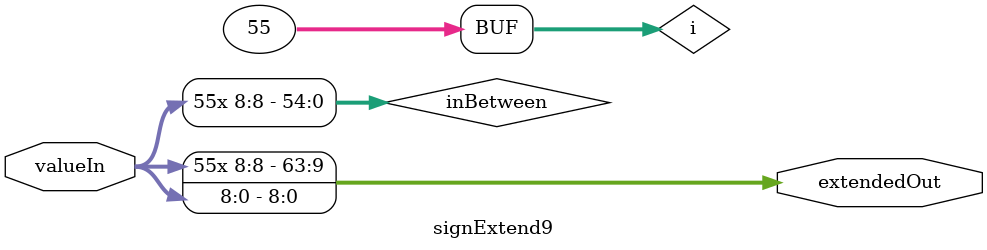
<source format=sv>
module signExtend9(valueIn, extendedOut);
	input logic [8:0] valueIn;
	output logic [63:0] extendedOut;
	
	logic [54:0] inBetween;
	//copy the bottom bits
	assign extendedOut[8:0] = valueIn[8:0];
	assign extendedOut[63:9] = inBetween[54:0];
	integer i;
	
	always_comb begin
		for(i=0; i<55; i++) begin
			inBetween[i] = valueIn[8];
		end
	end
endmodule

/*
module signExtend9_testbench();
	logic [8:0] valueIn;
	logic [63:0] extendedOut;

	signExtend9 dut (.valueIn, .extendedOut);

	initial begin
		valueIn = 14736; #10;
		valueIn = -14736; #10;
		valueIn = 0; #10;
	end
endmodule */


</source>
